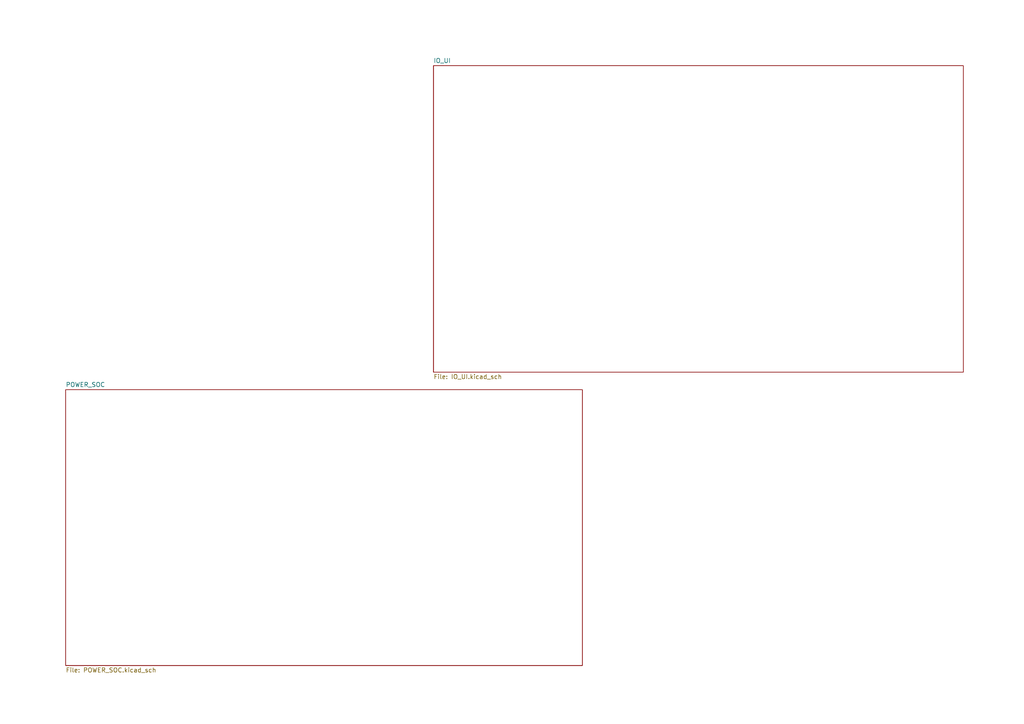
<source format=kicad_sch>
(kicad_sch
	(version 20250114)
	(generator "eeschema")
	(generator_version "9.0")
	(uuid "d521898f-42c3-41d7-b202-1ed9fd697eca")
	(paper "A4")
	(lib_symbols)
	(sheet
		(at 125.73 19.05)
		(size 153.67 88.9)
		(exclude_from_sim no)
		(in_bom yes)
		(on_board yes)
		(dnp no)
		(fields_autoplaced yes)
		(stroke
			(width 0.1524)
			(type solid)
		)
		(fill
			(color 0 0 0 0.0000)
		)
		(uuid "3b5dffe2-1f5d-4419-92fc-da043a7f05df")
		(property "Sheetname" "IO_UI"
			(at 125.73 18.3384 0)
			(effects
				(font
					(size 1.27 1.27)
				)
				(justify left bottom)
			)
		)
		(property "Sheetfile" "IO_UI.kicad_sch"
			(at 125.73 108.5346 0)
			(effects
				(font
					(size 1.27 1.27)
				)
				(justify left top)
			)
		)
		(instances
			(project "power_bank"
				(path "/d521898f-42c3-41d7-b202-1ed9fd697eca"
					(page "4")
				)
			)
		)
	)
	(sheet
		(at 19.05 113.03)
		(size 149.86 80.01)
		(exclude_from_sim no)
		(in_bom yes)
		(on_board yes)
		(dnp no)
		(fields_autoplaced yes)
		(stroke
			(width 0.1524)
			(type solid)
		)
		(fill
			(color 0 0 0 0.0000)
		)
		(uuid "a188b452-8547-41e1-9883-90953c833f83")
		(property "Sheetname" "POWER_SOC"
			(at 19.05 112.3184 0)
			(effects
				(font
					(size 1.27 1.27)
				)
				(justify left bottom)
			)
		)
		(property "Sheetfile" "POWER_SOC.kicad_sch"
			(at 19.05 193.6246 0)
			(effects
				(font
					(size 1.27 1.27)
				)
				(justify left top)
			)
		)
		(instances
			(project "power_bank"
				(path "/d521898f-42c3-41d7-b202-1ed9fd697eca"
					(page "3")
				)
			)
		)
	)
	(sheet_instances
		(path "/"
			(page "1")
		)
	)
	(embedded_fonts no)
)

</source>
